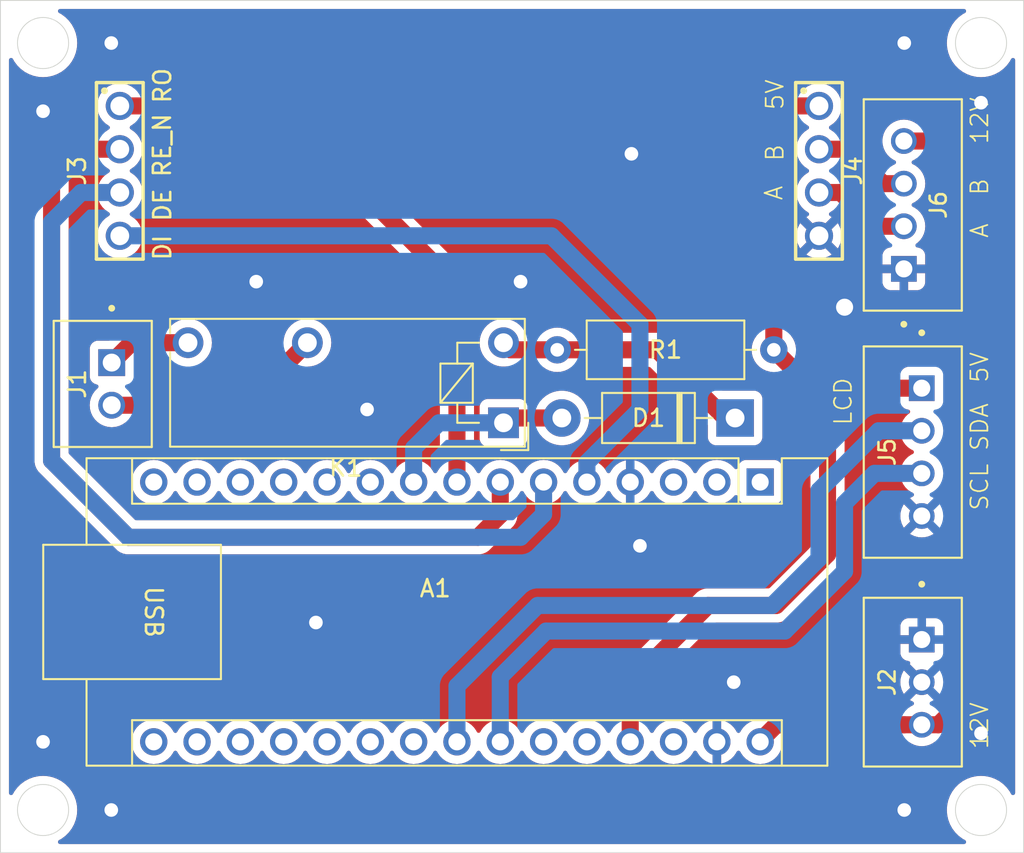
<source format=kicad_pcb>
(kicad_pcb (version 20240108) (generator "pcbnew") (generator_version "8.0")
  (layers (0 "F.Cu" signal) (31 "B.Cu" signal) (34 "B.Paste" user) (35 "F.Paste" user) (36 "B.SilkS" user "B.Silkscreen") (37 "F.SilkS" user "F.Silkscreen") (38 "B.Mask" user) (39 "F.Mask" user) (44 "Edge.Cuts" user))
  (net 0 "")
  (net 4 "GND")
  (net 7 "Net-(A1-D6)")
  (net 8 "+12V")
  (net 15 "/RO")
  (net 17 "/LCD_SCL")
  (net 18 "/DE")
  (net 21 "/LCD_SDA")
  (net 25 "/RE_NEG")
  (net 27 "+5V")
  (net 29 "/DI")
  (net 30 "Net-(D1-K)")
  (net 31 "Net-(J1-Pad2)")
  (net 32 "Net-(J1-Pad1)")
  (net 33 "/RS485_A")
  (net 34 "/RS485_B")
  (footprint "B4B_XH_A:JST_B4B-XH-A" (layer "F.Cu") (at 103.5 112 -90)
    (property "Reference" "J6" (at 0 -1.5 90) (layer "F.SilkS") (effects (font (size 0.944882 0.944882))))
    (property "Value" "B4B-XH-A" (hide yes))
    (fp_line (start -6.2 2.875) (end -6.2 -2.875) (stroke (width 0.127)) (layer "F.SilkS"))
    (fp_line (start 6.2 2.875) (end -6.2 2.875) (stroke (width 0.127)) (layer "F.SilkS"))
    (fp_line (start -6.2 -2.875) (end 6.2 -2.875) (stroke (width 0.127)) (layer "F.SilkS"))
    (fp_line (start 6.2 -2.875) (end 6.2 2.875) (stroke (width 0.127)) (layer "F.SilkS"))
    (fp_circle (center 7 0.525) (end 7.1 0.525) (stroke (width 0.2)) (fill none) (layer "F.SilkS"))
    (pad "1" thru_hole rect (at 3.75 0.525 270) (size 1.508 1.508) (drill 1) (layers "*.Cu" "*.Mask") (net 4 "GND"))
    (pad "2" thru_hole circle (at 1.25 0.525 270) (size 1.508 1.508) (drill 1) (layers "*.Cu" "*.Mask") (net 33 "/RS485_A"))
    (pad "3" thru_hole circle (at -1.25 0.525 270) (size 1.508 1.508) (drill 1) (layers "*.Cu" "*.Mask") (net 34 "/RS485_B"))
    (pad "4" thru_hole circle (at -3.75 0.525 270) (size 1.508 1.508) (drill 1) (layers "*.Cu" "*.Mask") (net 8 "+12V"))
  )
  (footprint "61300411121:61300411121" (layer "F.Cu") (at 57 110 -90)
    (property "Reference" "J3" (at 0 2.5 90) (layer "F.SilkS"))
    (property "Value" "DuPont 2.54mm" (hide yes))
    (fp_line (start -5.18 1.37) (end -5.18 -1.37) (stroke (width 0.2)) (layer "F.SilkS"))
    (fp_line (start 5.18 1.37) (end -5.18 1.37) (stroke (width 0.2)) (layer "F.SilkS"))
    (fp_line (start -5.18 -1.37) (end 5.18 -1.37) (stroke (width 0.2)) (layer "F.SilkS"))
    (fp_line (start 5.18 -1.37) (end 5.18 1.37) (stroke (width 0.2)) (layer "F.SilkS"))
    (fp_circle (center -4.7 0.9) (end -4.6 0.9) (stroke (width 0.2)) (fill none) (layer "F.SilkS"))
    (pad "1" thru_hole circle (at -3.81 0 270) (size 1.65 1.65) (drill 1.1) (layers "*.Cu" "*.Mask") (net 15 "/RO"))
    (pad "2" thru_hole circle (at -1.27 0 270) (size 1.65 1.65) (drill 1.1) (layers "*.Cu" "*.Mask") (net 25 "/RE_NEG"))
    (pad "3" thru_hole circle (at 1.27 0 270) (size 1.65 1.65) (drill 1.1) (layers "*.Cu" "*.Mask") (net 18 "/DE"))
    (pad "4" thru_hole circle (at 3.81 0 270) (size 1.65 1.65) (drill 1.1) (layers "*.Cu" "*.Mask") (net 29 "/DI"))
  )
  (footprint "Diode_THT:D_DO-41_SOD81_P10.16mm_Horizontal" (layer "F.Cu") (at 93.08 124.5 180)
    (property "Reference" "D1" (at 5.08 0 0) (layer "F.SilkS"))
    (property "Value" "1N4001" (hide yes))
    (fp_line (start 8.82 0) (end 7.8 0) (stroke (width 0.12)) (layer "F.SilkS"))
    (fp_line (start 7.8 1.47) (end 7.8 -1.47) (stroke (width 0.12)) (layer "F.SilkS"))
    (fp_line (start 7.8 -1.47) (end 2.36 -1.47) (stroke (width 0.12)) (layer "F.SilkS"))
    (fp_line (start 3.38 -1.47) (end 3.38 1.47) (stroke (width 0.12)) (layer "F.SilkS"))
    (fp_line (start 3.26 -1.47) (end 3.26 1.47) (stroke (width 0.12)) (layer "F.SilkS"))
    (fp_line (start 3.14 -1.47) (end 3.14 1.47) (stroke (width 0.12)) (layer "F.SilkS"))
    (fp_line (start 2.36 1.47) (end 7.8 1.47) (stroke (width 0.12)) (layer "F.SilkS"))
    (fp_line (start 2.36 -1.47) (end 2.36 1.47) (stroke (width 0.12)) (layer "F.SilkS"))
    (fp_line (start 1.34 0) (end 2.36 0) (stroke (width 0.12)) (layer "F.SilkS"))
    (pad "1" thru_hole rect (at 0 0 180) (size 2.2 2.2) (drill 1.1) (layers "*.Cu" "*.Mask") (net 30 "Net-(D1-K)"))
    (pad "2" thru_hole oval (at 10.16 0 180) (size 2.2 2.2) (drill 1.1) (layers "*.Cu" "*.Mask") (net 7 "Net-(A1-D6)"))
  )
  (footprint "Resistor_THT:R_Axial_DIN0309_L9.0mm_D3.2mm_P12.70mm_Horizontal" (layer "F.Cu") (at 95.35 120.5 180)
    (property "Reference" "R1" (at 6.35 0 0) (layer "F.SilkS"))
    (property "Value" "82" (hide yes))
    (fp_line (start 11.66 0) (end 10.97 0) (stroke (width 0.12)) (layer "F.SilkS"))
    (fp_line (start 10.97 1.72) (end 10.97 -1.72) (stroke (width 0.12)) (layer "F.SilkS"))
    (fp_line (start 10.97 -1.72) (end 1.73 -1.72) (stroke (width 0.12)) (layer "F.SilkS"))
    (fp_line (start 1.73 1.72) (end 10.97 1.72) (stroke (width 0.12)) (layer "F.SilkS"))
    (fp_line (start 1.73 -1.72) (end 1.73 1.72) (stroke (width 0.12)) (layer "F.SilkS"))
    (fp_line (start 1.04 0) (end 1.73 0) (stroke (width 0.12)) (layer "F.SilkS"))
    (pad "1" thru_hole circle (at 0 0 180) (size 1.6 1.6) (drill 0.8) (layers "*.Cu" "*.Mask") (net 27 "+5V"))
    (pad "2" thru_hole oval (at 12.7 0 180) (size 1.6 1.6) (drill 0.8) (layers "*.Cu" "*.Mask") (net 30 "Net-(D1-K)"))
  )
  (footprint "B2B_XH_A:JST_B2B-XH-A" (layer "F.Cu") (at 56 122.5 90)
    (property "Reference" "J1" (at 0 -1.5 90) (layer "F.SilkS"))
    (property "Value" "B2B-XH-A" (hide yes))
    (fp_line (start 3.7 -2.875) (end 3.7 2.875) (stroke (width 0.127)) (layer "F.SilkS"))
    (fp_line (start -3.7 -2.875) (end 3.7 -2.875) (stroke (width 0.127)) (layer "F.SilkS"))
    (fp_line (start 3.7 2.875) (end -3.7 2.875) (stroke (width 0.127)) (layer "F.SilkS"))
    (fp_line (start -3.7 2.875) (end -3.7 -2.875) (stroke (width 0.127)) (layer "F.SilkS"))
    (fp_circle (center 4.44 0.525) (end 4.54 0.525) (stroke (width 0.2)) (fill none) (layer "F.SilkS"))
    (pad "1" thru_hole rect (at 1.25 0.525 90) (size 1.575 1.575) (drill 1.05) (layers "*.Cu" "*.Mask") (net 32 "Net-(J1-Pad1)"))
    (pad "2" thru_hole circle (at -1.25 0.525 90) (size 1.575 1.575) (drill 1.05) (layers "*.Cu" "*.Mask") (net 31 "Net-(J1-Pad2)"))
  )
  (footprint "Module:Arduino_Nano" (layer "F.Cu") (at 94.55 128.26 -90)
    (property "Reference" "A1" (at 6.24 19.05 0) (layer "F.SilkS"))
    (property "Value" "Arduino_Nano_v3.x" (hide yes))
    (fp_line (start 3.68 42.04) (end 3.68 31.62) (stroke (width 0.12)) (layer "F.SilkS"))
    (fp_line (start 11.56 42.04) (end 3.68 42.04) (stroke (width 0.12)) (layer "F.SilkS"))
    (fp_line (start -1.4 39.5) (end 3.68 39.5) (stroke (width 0.12)) (layer "F.SilkS"))
    (fp_line (start 16.64 39.5) (end 11.56 39.5) (stroke (width 0.12)) (layer "F.SilkS"))
    (fp_line (start 16.64 39.5) (end 16.64 -3.94) (stroke (width 0.12)) (layer "F.SilkS"))
    (fp_line (start 1.27 36.83) (end -1.4 36.83) (stroke (width 0.12)) (layer "F.SilkS"))
    (fp_line (start 13.97 36.83) (end 16.64 36.83) (stroke (width 0.12)) (layer "F.SilkS"))
    (fp_line (start 3.68 31.62) (end 11.56 31.62) (stroke (width 0.12)) (layer "F.SilkS"))
    (fp_line (start 11.56 31.62) (end 11.56 42.04) (stroke (width 0.12)) (layer "F.SilkS"))
    (fp_line (start -1.4 1.27) (end -1.4 39.5) (stroke (width 0.12)) (layer "F.SilkS"))
    (fp_line (start 1.27 1.27) (end 1.27 36.83) (stroke (width 0.12)) (layer "F.SilkS"))
    (fp_line (start 1.27 1.27) (end -1.4 1.27) (stroke (width 0.12)) (layer "F.SilkS"))
    (fp_line (start 1.27 1.27) (end 1.27 -1.27) (stroke (width 0.12)) (layer "F.SilkS"))
    (fp_line (start 1.27 -1.27) (end -1.4 -1.27) (stroke (width 0.12)) (layer "F.SilkS"))
    (fp_line (start 13.97 -1.27) (end 13.97 36.83) (stroke (width 0.12)) (layer "F.SilkS"))
    (fp_line (start 13.97 -1.27) (end 16.64 -1.27) (stroke (width 0.12)) (layer "F.SilkS"))
    (fp_line (start -1.4 -3.94) (end -1.4 -1.27) (stroke (width 0.12)) (layer "F.SilkS"))
    (fp_line (start 16.64 -3.94) (end -1.4 -3.94) (stroke (width 0.12)) (layer "F.SilkS"))
    (fp_text user "USB" (at 7.62 35.56 -90) (layer "F.SilkS"))
    (pad "1" thru_hole rect (at 0 0 270) (size 1.6 1.6) (drill 1) (layers "*.Cu" "*.Mask"))
    (pad "2" thru_hole oval (at 0 2.54 270) (size 1.6 1.6) (drill 1) (layers "*.Cu" "*.Mask"))
    (pad "3" thru_hole oval (at 0 5.08 270) (size 1.6 1.6) (drill 1) (layers "*.Cu" "*.Mask"))
    (pad "4" thru_hole oval (at 0 7.62 270) (size 1.6 1.6) (drill 1) (layers "*.Cu" "*.Mask") (net 4 "GND"))
    (pad "5" thru_hole oval (at 0 10.16 270) (size 1.6 1.6) (drill 1) (layers "*.Cu" "*.Mask") (net 29 "/DI"))
    (pad "6" thru_hole oval (at 0 12.7 270) (size 1.6 1.6) (drill 1) (layers "*.Cu" "*.Mask") (net 18 "/DE"))
    (pad "7" thru_hole oval (at 0 15.24 270) (size 1.6 1.6) (drill 1) (layers "*.Cu" "*.Mask") (net 25 "/RE_NEG"))
    (pad "8" thru_hole oval (at 0 17.78 270) (size 1.6 1.6) (drill 1) (layers "*.Cu" "*.Mask") (net 15 "/RO"))
    (pad "9" thru_hole oval (at 0 20.32 270) (size 1.6 1.6) (drill 1) (layers "*.Cu" "*.Mask") (net 7 "Net-(A1-D6)"))
    (pad "10" thru_hole oval (at 0 22.86 270) (size 1.6 1.6) (drill 1) (layers "*.Cu" "*.Mask"))
    (pad "11" thru_hole oval (at 0 25.4 270) (size 1.6 1.6) (drill 1) (layers "*.Cu" "*.Mask"))
    (pad "12" thru_hole oval (at 0 27.94 270) (size 1.6 1.6) (drill 1) (layers "*.Cu" "*.Mask"))
    (pad "13" thru_hole oval (at 0 30.48 270) (size 1.6 1.6) (drill 1) (layers "*.Cu" "*.Mask"))
    (pad "14" thru_hole oval (at 0 33.02 270) (size 1.6 1.6) (drill 1) (layers "*.Cu" "*.Mask"))
    (pad "15" thru_hole oval (at 0 35.56 270) (size 1.6 1.6) (drill 1) (layers "*.Cu" "*.Mask"))
    (pad "16" thru_hole oval (at 15.24 35.56 270) (size 1.6 1.6) (drill 1) (layers "*.Cu" "*.Mask"))
    (pad "17" thru_hole oval (at 15.24 33.02 270) (size 1.6 1.6) (drill 1) (layers "*.Cu" "*.Mask"))
    (pad "18" thru_hole oval (at 15.24 30.48 270) (size 1.6 1.6) (drill 1) (layers "*.Cu" "*.Mask"))
    (pad "19" thru_hole oval (at 15.24 27.94 270) (size 1.6 1.6) (drill 1) (layers "*.Cu" "*.Mask"))
    (pad "20" thru_hole oval (at 15.24 25.4 270) (size 1.6 1.6) (drill 1) (layers "*.Cu" "*.Mask"))
    (pad "21" thru_hole oval (at 15.24 22.86 270) (size 1.6 1.6) (drill 1) (layers "*.Cu" "*.Mask"))
    (pad "22" thru_hole oval (at 15.24 20.32 270) (size 1.6 1.6) (drill 1) (layers "*.Cu" "*.Mask"))
    (pad "23" thru_hole oval (at 15.24 17.78 270) (size 1.6 1.6) (drill 1) (layers "*.Cu" "*.Mask") (net 21 "/LCD_SDA"))
    (pad "24" thru_hole oval (at 15.24 15.24 270) (size 1.6 1.6) (drill 1) (layers "*.Cu" "*.Mask") (net 17 "/LCD_SCL"))
    (pad "25" thru_hole oval (at 15.24 12.7 270) (size 1.6 1.6) (drill 1) (layers "*.Cu" "*.Mask"))
    (pad "26" thru_hole oval (at 15.24 10.16 270) (size 1.6 1.6) (drill 1) (layers "*.Cu" "*.Mask"))
    (pad "27" thru_hole oval (at 15.24 7.62 270) (size 1.6 1.6) (drill 1) (layers "*.Cu" "*.Mask") (net 27 "+5V"))
    (pad "28" thru_hole oval (at 15.24 5.08 270) (size 1.6 1.6) (drill 1) (layers "*.Cu" "*.Mask"))
    (pad "29" thru_hole oval (at 15.24 2.54 270) (size 1.6 1.6) (drill 1) (layers "*.Cu" "*.Mask") (net 4 "GND"))
    (pad "30" thru_hole oval (at 15.24 0 270) (size 1.6 1.6) (drill 1) (layers "*.Cu" "*.Mask") (net 8 "+12V"))
  )
  (footprint "B4B_XH_A:JST_B4B-XH-A" (layer "F.Cu") (at 103.5 126.5 90)
    (property "Reference" "J5" (at 0 -1.5 90) (layer "F.SilkS") (effects (font (size 0.944882 0.944882))))
    (property "Value" "B4B-XH-A" (hide yes))
    (fp_line (start 6.2 -2.875) (end 6.2 2.875) (stroke (width 0.127)) (layer "F.SilkS"))
    (fp_line (start -6.2 -2.875) (end 6.2 -2.875) (stroke (width 0.127)) (layer "F.SilkS"))
    (fp_line (start 6.2 2.875) (end -6.2 2.875) (stroke (width 0.127)) (layer "F.SilkS"))
    (fp_line (start -6.2 2.875) (end -6.2 -2.875) (stroke (width 0.127)) (layer "F.SilkS"))
    (fp_circle (center 7 0.525) (end 7.1 0.525) (stroke (width 0.2)) (fill none) (layer "F.SilkS"))
    (pad "1" thru_hole rect (at 3.75 0.525 90) (size 1.508 1.508) (drill 1) (layers "*.Cu" "*.Mask") (net 27 "+5V"))
    (pad "2" thru_hole circle (at 1.25 0.525 90) (size 1.508 1.508) (drill 1) (layers "*.Cu" "*.Mask") (net 21 "/LCD_SDA"))
    (pad "3" thru_hole circle (at -1.25 0.525 90) (size 1.508 1.508) (drill 1) (layers "*.Cu" "*.Mask") (net 17 "/LCD_SCL"))
    (pad "4" thru_hole circle (at -3.75 0.525 90) (size 1.508 1.508) (drill 1) (layers "*.Cu" "*.Mask") (net 4 "GND"))
  )
  (footprint "B3B_XH_A:JST_B3B-XH-A" (layer "F.Cu") (at 103.5 140 90)
    (property "Reference" "J2" (at 0 -1.5 90) (layer "F.SilkS") (effects (font (size 0.944882 0.944882))))
    (property "Value" "B3B-XH-A" (hide yes))
    (fp_line (start 4.95 -2.875) (end 4.95 2.875) (stroke (width 0.127)) (layer "F.SilkS"))
    (fp_line (start -4.95 -2.875) (end 4.95 -2.875) (stroke (width 0.127)) (layer "F.SilkS"))
    (fp_line (start 4.95 2.875) (end -4.95 2.875) (stroke (width 0.127)) (layer "F.SilkS"))
    (fp_line (start -4.95 2.875) (end -4.95 -2.875) (stroke (width 0.127)) (layer "F.SilkS"))
    (fp_circle (center 5.75 0.525) (end 5.85 0.525) (stroke (width 0.2)) (fill none) (layer "F.SilkS"))
    (pad "1" thru_hole rect (at 2.5 0.525 90) (size 1.508 1.508) (drill 1) (layers "*.Cu" "*.Mask") (net 4 "GND"))
    (pad "2" thru_hole circle (at 0 0.525 90) (size 1.508 1.508) (drill 1) (layers "*.Cu" "*.Mask") (net 4 "GND"))
    (pad "3" thru_hole circle (at -2.5 0.525 90) (size 1.508 1.508) (drill 1) (layers "*.Cu" "*.Mask") (net 8 "+12V"))
  )
  (footprint "61300411121:61300411121" (layer "F.Cu") (at 98 110 -90)
    (property "Reference" "J4" (at 0 -2 90) (layer "F.SilkS"))
    (property "Value" "DuPont 2.54mm" (hide yes))
    (fp_line (start -5.18 1.37) (end -5.18 -1.37) (stroke (width 0.2)) (layer "F.SilkS"))
    (fp_line (start 5.18 1.37) (end -5.18 1.37) (stroke (width 0.2)) (layer "F.SilkS"))
    (fp_line (start -5.18 -1.37) (end 5.18 -1.37) (stroke (width 0.2)) (layer "F.SilkS"))
    (fp_line (start 5.18 -1.37) (end 5.18 1.37) (stroke (width 0.2)) (layer "F.SilkS"))
    (fp_circle (center -4.7 0.9) (end -4.6 0.9) (stroke (width 0.2)) (fill none) (layer "F.SilkS"))
    (pad "1" thru_hole circle (at -3.81 0 270) (size 1.65 1.65) (drill 1.1) (layers "*.Cu" "*.Mask") (net 27 "+5V"))
    (pad "2" thru_hole circle (at -1.27 0 270) (size 1.65 1.65) (drill 1.1) (layers "*.Cu" "*.Mask") (net 34 "/RS485_B"))
    (pad "3" thru_hole circle (at 1.27 0 270) (size 1.65 1.65) (drill 1.1) (layers "*.Cu" "*.Mask") (net 33 "/RS485_A"))
    (pad "4" thru_hole circle (at 3.81 0 270) (size 1.65 1.65) (drill 1.1) (layers "*.Cu" "*.Mask") (net 4 "GND"))
  )
  (footprint "Relay_THT:Relay_SPST_Omron_G5NB" (layer "F.Cu") (at 79.5 124.7825 180)
    (property "Reference" "K1" (at 9.25 -2.64 0) (layer "F.SilkS"))
    (property "Value" "G5NB" (hide yes))
    (fp_line (start 19.55 6.1) (end 19.55 5.25) (stroke (width 0.12)) (layer "F.SilkS"))
    (fp_line (start 19.55 4.15) (end 19.55 -1.4) (stroke (width 0.12)) (layer "F.SilkS"))
    (fp_line (start 19.55 -1.4) (end -1.25 -1.4) (stroke (width 0.12)) (layer "F.SilkS"))
    (fp_line (start 3.7 3.475) (end 3.7 1.175) (stroke (width 0.12)) (layer "F.SilkS"))
    (fp_line (start 3.7 1.175) (end 1.8 1.175) (stroke (width 0.12)) (layer "F.SilkS"))
    (fp_line (start 2.71 4.7) (end 2.71 3.475) (stroke (width 0.12)) (layer "F.SilkS"))
    (fp_line (start 2.71 1.175) (end 2.71 0) (stroke (width 0.12)) (layer "F.SilkS"))
    (fp_line (start 2.71 0) (end 1.44 0) (stroke (width 0.12)) (layer "F.SilkS"))
    (fp_line (start 1.8 3.475) (end 3.7 3.475) (stroke (width 0.12)) (layer "F.SilkS"))
    (fp_line (start 1.8 3.475) (end 3.7 1.175) (stroke (width 0.12)) (layer "F.SilkS"))
    (fp_line (start 1.8 1.175) (end 1.8 3.475) (stroke (width 0.12)) (layer "F.SilkS"))
    (fp_line (start 1.44 4.7) (end 2.71 4.7) (stroke (width 0.12)) (layer "F.SilkS"))
    (fp_line (start 0.15 -1.6) (end -1.45 -1.6) (stroke (width 0.12)) (layer "F.SilkS"))
    (fp_line (start -1.25 6.1) (end 19.55 6.1) (stroke (width 0.12)) (layer "F.SilkS"))
    (fp_line (start -1.25 -1.4) (end -1.25 6.1) (stroke (width 0.12)) (layer "F.SilkS"))
    (fp_line (start -1.45 -1.6) (end -1.45 0) (stroke (width 0.12)) (layer "F.SilkS"))
    (pad "13" thru_hole oval (at 11.5 4.7) (size 1.8 1.8) (drill 1.1) (layers "*.Cu" "*.Mask") (net 31 "Net-(J1-Pad2)"))
    (pad "14" thru_hole oval (at 18.5 4.7) (size 1.8 1.8) (drill 1.1) (layers "*.Cu" "*.Mask") (net 32 "Net-(J1-Pad1)"))
    (pad "A1" thru_hole rect (at 0 0) (size 1.8 1.8) (drill 1.1) (layers "*.Cu" "*.Mask") (net 7 "Net-(A1-D6)"))
    (pad "A2" thru_hole oval (at 0 4.7) (size 1.8 1.8) (drill 1.1) (layers "*.Cu" "*.Mask") (net 30 "Net-(D1-K)"))
  )
  (gr_rect (start 50 100) (end 110 150) (stroke (width 0.05)) (fill none) (layer "Edge.Cuts"))
  (gr_circle (center 52.5 102.5) (end 54 102.5) (stroke (width 0.05)) (fill none) (layer "Edge.Cuts"))
  (gr_circle (center 107.5 102.5) (end 109 102.5) (stroke (width 0.05)) (fill none) (layer "Edge.Cuts"))
  (gr_circle (center 107.5 147.5) (end 109 147.5) (stroke (width 0.05)) (fill none) (layer "Edge.Cuts"))
  (gr_circle (center 52.5 147.5) (end 54 147.5) (stroke (width 0.05)) (fill none) (layer "Edge.Cuts"))
  (gr_text "A" (at 95.937468 111.790747 90) (layer "F.SilkS") (effects (font (size 1 1) (thickness 0.1)) (justify left bottom)))
  (gr_text "RE_N" (at 59.483215 108.5 90) (layer "F.SilkS") (effects (font (size 1 1))))
  (gr_text "B" (at 108 111.5 90) (layer "F.SilkS") (effects (font (size 1 1) (thickness 0.1)) (justify left bottom)))
  (gr_text "12V" (at 108 144 90) (layer "F.SilkS") (effects (font (size 1 1) (thickness 0.1)) (justify left bottom)))
  (gr_text "SDA" (at 108 126.5 90) (layer "F.SilkS") (effects (font (size 1 1) (thickness 0.1)) (justify left bottom)))
  (gr_text "A" (at 108 114 90) (layer "F.SilkS") (effects (font (size 1 1) (thickness 0.1)) (justify left bottom)))
  (gr_text "SCL" (at 108 130 90) (layer "F.SilkS") (effects (font (size 1 1) (thickness 0.1)) (justify left bottom)))
  (gr_text "DE" (at 59.5 112 90) (layer "F.SilkS") (effects (font (size 1 1))))
  (gr_text "12V" (at 108 108.5 90) (layer "F.SilkS") (effects (font (size 1 1) (thickness 0.1)) (justify left bottom)))
  (gr_text "LCD" (at 100 125 90) (layer "F.SilkS") (effects (font (size 1 1) (thickness 0.1)) (justify left bottom)))
  (gr_text "5V" (at 96 106.5 90) (layer "F.SilkS") (effects (font (size 1 1) (thickness 0.1)) (justify left bottom)))
  (gr_text "5V" (at 108 122.5 90) (layer "F.SilkS") (effects (font (size 1 1) (thickness 0.1)) (justify left bottom)))
  (gr_text "RO" (at 59.5 105 90) (layer "F.SilkS") (effects (font (size 1 1))))
  (gr_text "DI" (at 59.5 114.5 90) (layer "F.SilkS") (effects (font (size 1 1))))
  (gr_text "B" (at 96 109.5 90) (layer "F.SilkS") (effects (font (size 1 1) (thickness 0.1)) (justify left bottom)))
  (via (at 87 109) (size 1.2) (drill 0.8) (layers "F.Cu" "B.Cu") (net 4))
  (via (at 52.5 106.5) (size 1.2) (drill 0.8) (layers "F.Cu" "B.Cu") (net 4))
  (via (at 52.5 143.5) (size 1.2) (drill 0.8) (layers "F.Cu" "B.Cu") (net 4))
  (via (at 65 116.5) (size 1.2) (drill 0.8) (layers "F.Cu" "B.Cu") (net 4))
  (via (at 107.5 106) (size 1.2) (drill 0.8) (layers "F.Cu" "B.Cu") (net 4))
  (via (at 103 102.5) (size 1.2) (drill 0.8) (layers "F.Cu" "B.Cu") (net 4))
  (via (at 56.5 102.5) (size 1.2) (drill 0.8) (layers "F.Cu" "B.Cu") (net 4))
  (via (at 103 147.5) (size 1.2) (drill 0.8) (layers "F.Cu" "B.Cu") (net 4))
  (via (at 99.5 118) (size 1.5) (drill 1) (layers "F.Cu" "B.Cu") (net 4))
  (via (at 93 140) (size 1.2) (drill 0.8) (layers "F.Cu" "B.Cu") (net 4))
  (via (at 80.5 116.5) (size 1.2) (drill 0.8) (layers "F.Cu" "B.Cu") (net 4))
  (via (at 87.5 132) (size 1.2) (drill 0.8) (layers "F.Cu" "B.Cu") (net 4))
  (via (at 107.5 143) (size 1.2) (drill 0.8) (layers "F.Cu" "B.Cu") (net 4))
  (via (at 71.5 124) (size 1.2) (drill 0.8) (layers "F.Cu" "B.Cu") (net 4))
  (via (at 68.5 136.5) (size 1.2) (drill 0.8) (layers "F.Cu" "B.Cu") (net 4))
  (via (at 56.5 147.5) (size 1.2) (drill 0.8) (layers "F.Cu" "B.Cu") (net 4))
  (segment (start 79.5 124.7825) (end 79.7825 124.5) (width 1) (layer "F.Cu") (net 7))
  (segment (start 79.7825 124.5) (end 82.92 124.5) (width 1) (layer "F.Cu") (net 7))
  (segment (start 74.23 128.26) (end 74.23 126.27) (width 1) (layer "B.Cu") (net 7))
  (segment (start 75.7175 124.7825) (end 79.5 124.7825) (width 1) (layer "B.Cu") (net 7))
  (segment (start 74.23 126.27) (end 75.7175 124.7825) (width 1) (layer "B.Cu") (net 7))
  (segment (start 94.55 143.5) (end 94.55 143.45) (width 1) (layer "F.Cu") (net 8))
  (segment (start 105.25 108.25) (end 106 109) (width 1) (layer "F.Cu") (net 8))
  (segment (start 106 141.5) (end 105 142.5) (width 1) (layer "F.Cu") (net 8))
  (segment (start 105 142.5) (end 103 142.5) (width 1) (layer "F.Cu") (net 8))
  (segment (start 94.55 143.45) (end 95.5 142.5) (width 1) (layer "F.Cu") (net 8))
  (segment (start 95.5 142.5) (end 103 142.5) (width 1) (layer "F.Cu") (net 8))
  (segment (start 102.975 108.25) (end 105.25 108.25) (width 1) (layer "F.Cu") (net 8))
  (segment (start 106 109) (end 106 141.5) (width 1) (layer "F.Cu") (net 8))
  (segment (start 66.19 106.19) (end 57 106.19) (width 1) (layer "F.Cu") (net 15))
  (segment (start 76.77 128.26) (end 76.77 116.77) (width 1) (layer "F.Cu") (net 15))
  (segment (start 76.77 116.77) (end 66.19 106.19) (width 1) (layer "F.Cu") (net 15))
  (segment (start 82 137) (end 79.31 139.69) (width 1) (layer "B.Cu") (net 17))
  (segment (start 79.31 139.69) (end 79.31 143.5) (width 1) (layer "B.Cu") (net 17))
  (segment (start 96 137) (end 82 137) (width 1) (layer "B.Cu") (net 17))
  (segment (start 99.5 133.5) (end 96 137) (width 1) (layer "B.Cu") (net 17))
  (segment (start 101.25 127.75) (end 99.5 129.5) (width 1) (layer "B.Cu") (net 17))
  (segment (start 99.5 129.5) (end 99.5 133.5) (width 1) (layer "B.Cu") (net 17))
  (segment (start 104.025 127.75) (end 101.25 127.75) (width 1) (layer "B.Cu") (net 17))
  (segment (start 81.85 130.15) (end 80.5 131.5) (width 1) (layer "B.Cu") (net 18))
  (segment (start 80.5 131.5) (end 57.5 131.5) (width 1) (layer "B.Cu") (net 18))
  (segment (start 53 127) (end 53 113) (width 1) (layer "B.Cu") (net 18))
  (segment (start 57.5 131.5) (end 53 127) (width 1) (layer "B.Cu") (net 18))
  (segment (start 81.85 128.26) (end 81.85 130.15) (width 1) (layer "B.Cu") (net 18))
  (segment (start 54.73 111.27) (end 57 111.27) (width 1) (layer "B.Cu") (net 18))
  (segment (start 53 113) (end 54.73 111.27) (width 1) (layer "B.Cu") (net 18))
  (segment (start 95.25 135.5) (end 81.5 135.5) (width 1) (layer "B.Cu") (net 21))
  (segment (start 101.5 125.25) (end 98 128.75) (width 1) (layer "B.Cu") (net 21))
  (segment (start 104.025 125.25) (end 101.5 125.25) (width 1) (layer "B.Cu") (net 21))
  (segment (start 76.77 140.23) (end 76.77 143.5) (width 1) (layer "B.Cu") (net 21))
  (segment (start 98 128.75) (end 98 132.75) (width 1) (layer "B.Cu") (net 21))
  (segment (start 81.5 135.5) (end 76.77 140.23) (width 1) (layer "B.Cu") (net 21))
  (segment (start 98 132.75) (end 95.25 135.5) (width 1) (layer "B.Cu") (net 21))
  (segment (start 79.31 130.19) (end 78 131.5) (width 1) (layer "F.Cu") (net 25))
  (segment (start 79.31 128.26) (end 79.31 130.19) (width 1) (layer "F.Cu") (net 25))
  (segment (start 53 110) (end 54.27 108.73) (width 1) (layer "F.Cu") (net 25))
  (segment (start 78 131.5) (end 57.5 131.5) (width 1) (layer "F.Cu") (net 25))
  (segment (start 53 127) (end 53 110) (width 1) (layer "F.Cu") (net 25))
  (segment (start 57.5 131.5) (end 53 127) (width 1) (layer "F.Cu") (net 25))
  (segment (start 54.27 108.73) (end 57 108.73) (width 1) (layer "F.Cu") (net 25))
  (segment (start 86.93 140.07) (end 91.5 135.5) (width 1) (layer "F.Cu") (net 27))
  (segment (start 95.5 135.5) (end 98.5 132.5) (width 1) (layer "F.Cu") (net 27))
  (segment (start 96.31 106.19) (end 98 106.19) (width 1) (layer "F.Cu") (net 27))
  (segment (start 98.5 123.65) (end 95.35 120.5) (width 1) (layer "F.Cu") (net 27))
  (segment (start 98.5 125) (end 100.75 122.75) (width 1) (layer "F.Cu") (net 27))
  (segment (start 86.93 143.5) (end 86.93 140.07) (width 1) (layer "F.Cu") (net 27))
  (segment (start 95.35 120.5) (end 95.35 107.15) (width 1) (layer "F.Cu") (net 27))
  (segment (start 98.5 132.5) (end 98.5 125) (width 1) (layer "F.Cu") (net 27))
  (segment (start 100.75 122.75) (end 104.025 122.75) (width 1) (layer "F.Cu") (net 27))
  (segment (start 91.5 135.5) (end 95.5 135.5) (width 1) (layer "F.Cu") (net 27))
  (segment (start 98.5 125) (end 98.5 123.65) (width 1) (layer "F.Cu") (net 27))
  (segment (start 95.35 107.15) (end 96.31 106.19) (width 1) (layer "F.Cu") (net 27))
  (segment (start 84.39 128.26) (end 84.39 127.11) (width 1) (layer "B.Cu") (net 29))
  (segment (start 82.31 113.81) (end 57 113.81) (width 1) (layer "B.Cu") (net 29))
  (segment (start 84.39 127.11) (end 85 126.5) (width 1) (layer "B.Cu") (net 29))
  (segment (start 85 126.5) (end 87.5 124) (width 1) (layer "B.Cu") (net 29))
  (segment (start 87.5 124) (end 87.5 119) (width 1) (layer "B.Cu") (net 29))
  (segment (start 87.5 119) (end 82.31 113.81) (width 1) (layer "B.Cu") (net 29))
  (segment (start 88.5 120.5) (end 92.5 124.5) (width 1) (layer "F.Cu") (net 30))
  (segment (start 82.65 120.5) (end 88.5 120.5) (width 1) (layer "F.Cu") (net 30))
  (segment (start 93.08 124.5) (end 92.5 124.5) (width 1) (layer "F.Cu") (net 30))
  (segment (start 79.9175 120.5) (end 79.5 120.0825) (width 1) (layer "F.Cu") (net 30))
  (segment (start 82.65 120.5) (end 79.9175 120.5) (width 1) (layer "F.Cu") (net 30))
  (segment (start 58.75 123.75) (end 60 122.5) (width 1) (layer "F.Cu") (net 31))
  (segment (start 60 122.5) (end 65.5825 122.5) (width 1) (layer "F.Cu") (net 31))
  (segment (start 56.525 123.75) (end 58.75 123.75) (width 1) (layer "F.Cu") (net 31))
  (segment (start 65.5825 122.5) (end 68 120.0825) (width 1) (layer "F.Cu") (net 31))
  (segment (start 61 120.0825) (end 57.6925 120.0825) (width 1) (layer "F.Cu") (net 32))
  (segment (start 57.6925 120.0825) (end 56.525 121.25) (width 1) (layer "F.Cu") (net 32))
  (segment (start 101.25 113.25) (end 102.975 113.25) (width 1) (layer "F.Cu") (net 33))
  (segment (start 98 111.27) (end 99.27 111.27) (width 1) (layer "F.Cu") (net 33))
  (segment (start 99.27 111.27) (end 101.25 113.25) (width 1) (layer "F.Cu") (net 33))
  (segment (start 102.975 110.75) (end 101.75 110.75) (width 1) (layer "F.Cu") (net 34))
  (segment (start 101.75 110.75) (end 99.73 108.73) (width 1) (layer "F.Cu") (net 34))
  (segment (start 99.73 108.73) (end 98 108.73) (width 1) (layer "F.Cu") (net 34))
  (zone (net 4) (net_name "GND") (layer "F.Cu") (connect_pads (clearance 0.5)) (min_thickness 0.25) (fill yes (thermal_gap 0.5) (thermal_bridge_width 0.5))
    (polygon (pts (xy 50 100) (xy 110 100) (xy 110 150) (xy 50 150)))
  )
  (zone (net 4) (net_name "GND") (layer "B.Cu") (priority 1) (connect_pads (clearance 0.5)) (min_thickness 0.25) (fill yes (thermal_gap 0.5) (thermal_bridge_width 0.5))
    (polygon (pts (xy 110 100) (xy 50 100) (xy 50 150) (xy 110 150)))
  )
)
</source>
